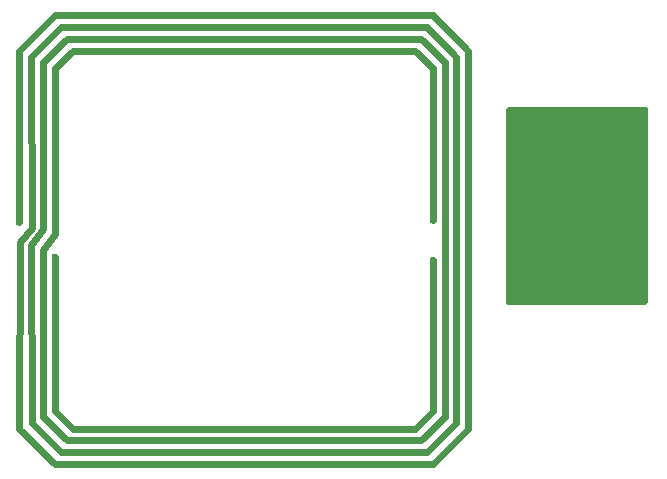
<source format=gbr>
%TF.GenerationSoftware,KiCad,Pcbnew,8.0.8*%
%TF.CreationDate,2025-04-16T18:52:08+01:00*%
%TF.ProjectId,Front_panel_Tx,46726f6e-745f-4706-916e-656c5f54782e,rev?*%
%TF.SameCoordinates,Original*%
%TF.FileFunction,Copper,L2,Bot*%
%TF.FilePolarity,Positive*%
%FSLAX46Y46*%
G04 Gerber Fmt 4.6, Leading zero omitted, Abs format (unit mm)*
G04 Created by KiCad (PCBNEW 8.0.8) date 2025-04-16 18:52:08*
%MOMM*%
%LPD*%
G01*
G04 APERTURE LIST*
G04 Aperture macros list*
%AMFreePoly0*
4,1,19,0.150000,0.259808,0.229813,0.192836,0.281908,0.102606,0.300000,0.000000,0.281908,-0.102606,0.229813,-0.192836,0.150000,-0.259808,0.052094,-0.295442,-0.052094,-0.295442,-0.150000,-0.259808,-0.229813,-0.192836,-0.281908,-0.102606,-0.300000,0.000000,-0.281908,0.102606,-0.229813,0.192836,-0.150000,0.259808,-0.052094,0.295442,0.052094,0.295442,0.150000,0.259808,0.150000,0.259808,
$1*%
G04 Aperture macros list end*
%TA.AperFunction,EtchedComponent*%
%ADD10C,0.600000*%
%TD*%
%TA.AperFunction,ComponentPad*%
%ADD11C,0.600000*%
%TD*%
%TA.AperFunction,ComponentPad*%
%ADD12FreePoly0,270.000000*%
%TD*%
%TA.AperFunction,ViaPad*%
%ADD13C,0.600000*%
%TD*%
G04 APERTURE END LIST*
D10*
%TO.C,ANT1*%
X142089600Y-85875600D02*
X139089600Y-88875600D01*
X142089600Y-53875600D02*
X142089600Y-85875600D01*
X141089600Y-85375600D02*
X141089600Y-54375600D01*
X141089600Y-54375600D02*
X138589600Y-51875600D01*
X140089600Y-84875600D02*
X140089600Y-54875600D01*
X140089600Y-54875600D02*
X138089600Y-52875600D01*
X139091600Y-71602800D02*
X139089600Y-81875600D01*
X139091600Y-68199200D02*
X139089600Y-57875600D01*
X139089600Y-88875600D02*
X107089600Y-88875600D01*
X139089600Y-84375600D02*
X137589600Y-85875600D01*
X139089600Y-81875600D02*
X139089600Y-84375600D01*
X139089600Y-57875600D02*
X139089600Y-55375600D01*
X139089600Y-55375600D02*
X137589600Y-53875600D01*
X139089600Y-50875600D02*
X142089600Y-53875600D01*
X138589600Y-87875600D02*
X141089600Y-85375600D01*
X138589600Y-51875600D02*
X107589600Y-51875600D01*
X138089600Y-86875600D02*
X140089600Y-84875600D01*
X138089600Y-52875600D02*
X108089600Y-52875600D01*
X137589600Y-53875600D02*
X108589600Y-53875600D01*
X108589600Y-85875600D02*
X137589600Y-85875600D01*
X108589600Y-53875600D02*
X107089600Y-55375600D01*
X108089600Y-86875600D02*
X138089600Y-86875600D01*
X108089600Y-52875600D02*
X106089600Y-54875600D01*
X107589600Y-87875600D02*
X138589600Y-87875600D01*
X107589600Y-51875600D02*
X105089600Y-54375600D01*
X107089600Y-88875600D02*
X104089600Y-85875600D01*
X107089600Y-84375600D02*
X108589600Y-85875600D01*
X107089600Y-71375600D02*
X107089600Y-84375600D01*
X107089600Y-69367600D02*
X106089600Y-70713800D01*
X107089600Y-55375600D02*
X107089600Y-69367600D01*
X107089600Y-50875600D02*
X139089600Y-50875600D01*
X106089600Y-84875600D02*
X108089600Y-86875600D01*
X106089600Y-70713800D02*
X106089600Y-84875600D01*
X106089600Y-68935800D02*
X105089600Y-70307400D01*
X106089600Y-54875600D02*
X106089600Y-68935800D01*
X105174284Y-85375601D02*
X107589600Y-87875600D01*
X105119100Y-68853250D02*
X105089600Y-54375600D01*
X105089600Y-70307400D02*
X105174284Y-85375601D01*
X104128500Y-70085150D02*
X105119100Y-68853250D01*
X104089600Y-85875600D02*
X104128500Y-70085150D01*
X104089600Y-53875600D02*
X107089600Y-50875600D01*
X104089600Y-53875600D02*
X104089600Y-68375600D01*
%TD*%
D11*
%TO.P,ANT1,3,M*%
%TO.N,GND*%
X141089600Y-69875600D03*
D12*
%TO.P,ANT1,2,L2*%
%TO.N,Net-(ANT1-L2)*%
X139091600Y-71602800D03*
D11*
%TO.P,ANT1,1,L1*%
%TO.N,Net-(ANT1-L1)*%
X107089600Y-71375600D03*
X104089600Y-68375600D03*
X139091600Y-68199200D03*
%TD*%
D13*
%TO.N,GND*%
X156090000Y-71800000D03*
X152850000Y-66260000D03*
X153250000Y-73240000D03*
X151210000Y-70205000D03*
X146230000Y-70050000D03*
X153880000Y-64490000D03*
%TD*%
%TA.AperFunction,Conductor*%
%TO.N,GND*%
G36*
X157253039Y-58699685D02*
G01*
X157298794Y-58752489D01*
X157310000Y-58804000D01*
X157310000Y-75058638D01*
X157290315Y-75125677D01*
X157273681Y-75146319D01*
X157036319Y-75383681D01*
X156974996Y-75417166D01*
X156948638Y-75420000D01*
X145444000Y-75420000D01*
X145376961Y-75400315D01*
X145331206Y-75347511D01*
X145320000Y-75296000D01*
X145320000Y-58804000D01*
X145339685Y-58736961D01*
X145392489Y-58691206D01*
X145444000Y-58680000D01*
X157186000Y-58680000D01*
X157253039Y-58699685D01*
G37*
%TD.AperFunction*%
%TD*%
M02*

</source>
